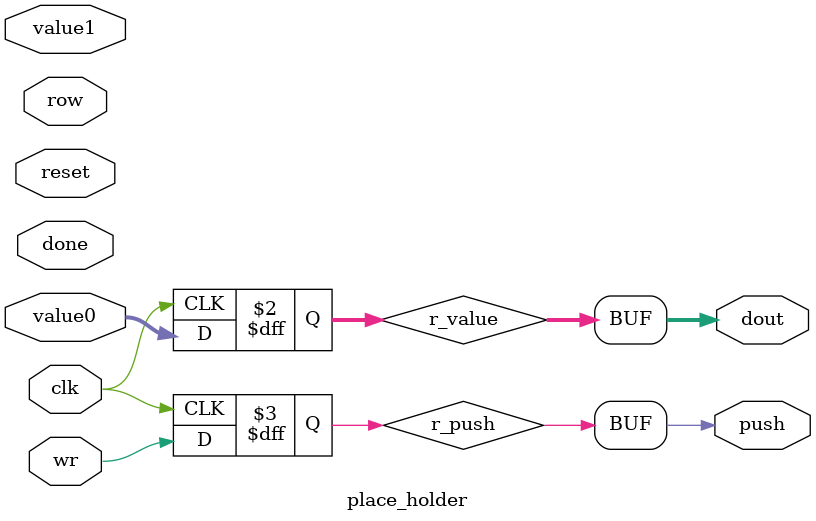
<source format=v>
module place_holder(
    input clk,
    input reset,
    input [9:0] row,
    input [63:0] value0,
    input [63:0] value1,
    input wr,
    output push,
    output [63:0] dout,
    input done);

    reg [63:0] r_value;
    reg r_push;

    always @(posedge clk) begin
        r_value <= value0;
        r_push <= wr;
    end
    assign push = r_push;
    assign dout = r_value;

endmodule

</source>
